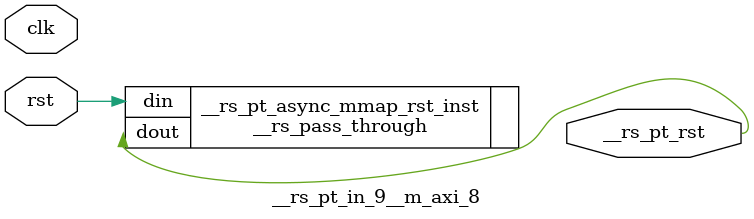
<source format=v>
`timescale 1 ns / 1 ps
/**   Generated by RapidStream   **/
module __rs_pt_in_9__m_axi_8 #(
    parameter BufferSize         = 32,
    parameter BufferSizeLog      = 5,
    parameter AddrWidth          = 64,
    parameter AxiSideAddrWidth   = 64,
    parameter DataWidth          = 512,
    parameter DataWidthBytesLog  = 6,
    parameter WaitTimeWidth      = 4,
    parameter BurstLenWidth      = 8,
    parameter EnableReadChannel  = 1,
    parameter EnableWriteChannel = 1,
    parameter MaxWaitTime        = 3,
    parameter MaxBurstLen        = 15
) (
    output wire __rs_pt_rst,
    input wire  clk,
    input wire  rst
);




__rs_pass_through #(
    .WIDTH (1)
) __rs_pt_async_mmap_rst_inst /**   Generated by RapidStream   **/ (
    .din  (rst),
    .dout (__rs_pt_rst)
);

endmodule  // __rs_pt_in_9__m_axi_8
</source>
